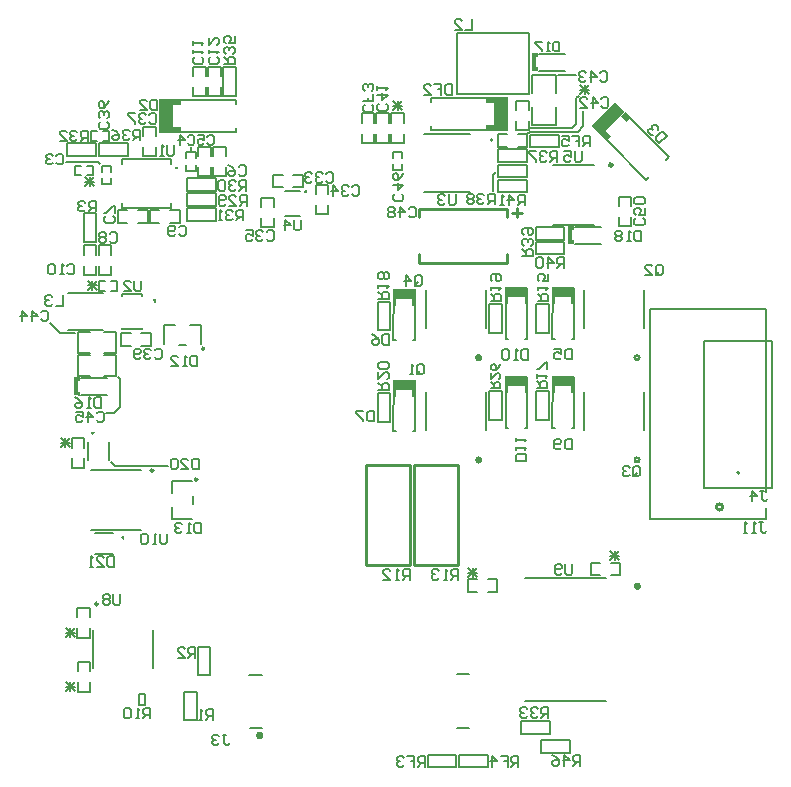
<source format=gbo>
G04*
G04 #@! TF.GenerationSoftware,Altium Limited,Altium Designer,22.1.2 (22)*
G04*
G04 Layer_Color=32896*
%FSLAX25Y25*%
%MOIN*%
G70*
G04*
G04 #@! TF.SameCoordinates,718D4045-E2B1-425D-88C3-508A2C93E544*
G04*
G04*
G04 #@! TF.FilePolarity,Positive*
G04*
G01*
G75*
%ADD10C,0.00500*%
%ADD11C,0.01000*%
%ADD13C,0.00800*%
%ADD14C,0.00787*%
%ADD16C,0.00700*%
%ADD563C,0.00394*%
%ADD564R,0.01400X0.06000*%
%ADD565R,0.01100X0.01200*%
%ADD566R,0.07600X0.03500*%
%ADD567R,0.01138X0.02761*%
%ADD568R,0.02772X0.01960*%
%ADD569R,0.04595X0.11195*%
G04:AMPARAMS|DCode=570|XSize=27.72mil|YSize=19.6mil|CornerRadius=0mil|HoleSize=0mil|Usage=FLASHONLY|Rotation=315.000|XOffset=0mil|YOffset=0mil|HoleType=Round|Shape=Rectangle|*
%AMROTATEDRECTD570*
4,1,4,-0.01673,0.00287,-0.00287,0.01673,0.01673,-0.00287,0.00287,-0.01673,-0.01673,0.00287,0.0*
%
%ADD570ROTATEDRECTD570*%

G04:AMPARAMS|DCode=571|XSize=45.95mil|YSize=111.95mil|CornerRadius=0mil|HoleSize=0mil|Usage=FLASHONLY|Rotation=315.000|XOffset=0mil|YOffset=0mil|HoleType=Round|Shape=Rectangle|*
%AMROTATEDRECTD571*
4,1,4,-0.05582,-0.02334,0.02334,0.05582,0.05582,0.02334,-0.02334,-0.05582,-0.05582,-0.02334,0.0*
%
%ADD571ROTATEDRECTD571*%

D10*
X-95360Y133600D02*
X-86560D01*
X-95360Y139200D02*
X-86560D01*
X-93000Y111900D02*
Y117900D01*
X-86000Y111900D02*
Y117900D01*
X-90700Y80600D02*
X-84700D01*
X-90700Y87600D02*
X-84700D01*
X-98400Y119100D02*
X-94200D01*
Y116000D02*
Y119100D01*
X-98400Y116000D02*
Y119100D01*
Y109300D02*
X-94200D01*
Y112400D01*
X-98400Y109300D02*
Y112400D01*
X-96400Y44500D02*
X-92200D01*
Y41400D02*
Y44500D01*
X-96400Y41400D02*
Y44500D01*
Y34700D02*
X-92200D01*
Y37800D01*
X-96400Y34700D02*
Y37800D01*
X-91350Y42670D02*
Y55070D01*
X-71350Y42670D02*
Y55070D01*
X-76100Y33900D02*
X-74100D01*
X-76100Y30100D02*
Y33900D01*
Y30100D02*
X-74100D01*
Y33900D01*
X69300Y189600D02*
X78100D01*
X69300Y184000D02*
X78100D01*
X57300Y247300D02*
X66100D01*
X57300Y241700D02*
X66100D01*
X52600Y31600D02*
X79500D01*
X52600Y72600D02*
X79500D01*
X55100Y223400D02*
X62900D01*
Y229400D01*
X55100Y223400D02*
Y229400D01*
Y240200D02*
X62900D01*
Y234200D02*
Y240200D01*
X55100Y234200D02*
Y240200D01*
X-99705Y167605D02*
X-87894D01*
X-99705Y155394D02*
X-87894D01*
X-89400Y168300D02*
Y171500D01*
Y168300D02*
X-87400D01*
X-89400Y171500D02*
X-87400D01*
X-83200Y168300D02*
Y171500D01*
X-85200Y168300D02*
X-83200D01*
X-85200Y171500D02*
X-83200D01*
X-75000Y166700D02*
Y167200D01*
X-81800Y155400D02*
X-75000D01*
X-81800Y167200D02*
X-75000D01*
X-71100Y165100D02*
X-70600Y164600D01*
X-71100Y165100D02*
X-70600Y165600D01*
Y164600D02*
Y165600D01*
X-81800Y166700D02*
Y167200D01*
X-75000Y155400D02*
Y155900D01*
X-81800Y155400D02*
Y155900D01*
X-72100Y150000D02*
Y154200D01*
X-75200Y150000D02*
X-72100D01*
X-75200Y154200D02*
X-72100D01*
X-81900Y150000D02*
Y154200D01*
Y150000D02*
X-78800D01*
X-81900Y154200D02*
X-78800D01*
X-96500Y147600D02*
Y154400D01*
X-92500D01*
X-96500Y147600D02*
X-92500D01*
X-83700D02*
Y154400D01*
X-87700D02*
X-83700D01*
X-87700Y147600D02*
X-83700D01*
X-96500Y140000D02*
Y146800D01*
X-92500D01*
X-96500Y140000D02*
X-92500D01*
X-83700D02*
Y146800D01*
X-87700D02*
X-83700D01*
X-87700Y140000D02*
X-83700D01*
X-91918Y108615D02*
X-75418D01*
X-91918Y88615D02*
X-75418D01*
X112314Y102626D02*
X134952D01*
Y151445D01*
X112314D02*
X134952D01*
X112314Y102626D02*
Y151445D01*
X94393Y92065D02*
X132993D01*
Y95965D01*
X132993Y101365D02*
X132993Y162171D01*
X94393Y92065D02*
Y162171D01*
X132993D01*
X68300Y152359D02*
X69000D01*
X68938Y169359D02*
X69000Y152359D01*
X61800D02*
X62500D01*
X61800D02*
X61862Y169359D01*
X-39200Y40126D02*
X-35000D01*
X-39100Y22626D02*
X-34900D01*
X29900Y22426D02*
X34100D01*
X29900Y40426D02*
X34100D01*
X52700Y152361D02*
X53400D01*
X53338Y169361D02*
X53400Y152361D01*
X46200D02*
X46900D01*
X46200D02*
X46262Y169361D01*
X15300Y151762D02*
X16000D01*
X15938Y168762D02*
X16000Y151762D01*
X8800D02*
X9500D01*
X8800D02*
X8862Y168762D01*
X8803Y121461D02*
X8865Y138461D01*
X8803Y121461D02*
X9503D01*
X15942Y138461D02*
X16004Y121461D01*
X15303D02*
X16004D01*
X61798Y122561D02*
X61860Y139561D01*
X61798Y122561D02*
X62498D01*
X68936Y139561D02*
X68998Y122561D01*
X68298D02*
X68998D01*
X46200Y122673D02*
X46262Y139673D01*
X46200Y122673D02*
X46900D01*
X53338Y139673D02*
X53400Y122673D01*
X52700D02*
X53400D01*
X3500Y124700D02*
Y134300D01*
Y124700D02*
X7700D01*
X3500Y134300D02*
X7700D01*
Y124700D02*
Y134300D01*
X3500Y155100D02*
Y164700D01*
Y155100D02*
X7700D01*
X3500Y164700D02*
X7700D01*
Y155100D02*
Y164700D01*
X21211Y221955D02*
X39791D01*
X21211D02*
Y223315D01*
Y231285D02*
Y232645D01*
X39791D01*
X-62139Y221255D02*
X-43559D01*
Y222615D01*
Y230585D02*
Y231945D01*
X-62139D02*
X-43559D01*
X87480Y226080D02*
X100618Y212942D01*
X99656Y211980D02*
X100618Y212942D01*
X93059Y205382D02*
X94020Y206344D01*
X79920Y218520D02*
X93059Y205382D01*
X61829Y190337D02*
X75629D01*
X61829Y210137D02*
X75629D01*
X54300Y216100D02*
X63900D01*
Y220300D01*
X54300Y216100D02*
Y220300D01*
X63900D01*
X43700Y206100D02*
X53300D01*
Y210300D01*
X43700Y206100D02*
Y210300D01*
X53300D01*
X43700Y211200D02*
X53300D01*
Y215400D01*
X43700Y211200D02*
Y215400D01*
X53300D01*
X-60071Y191600D02*
X-50472D01*
Y195800D01*
X-60071Y191600D02*
Y195800D01*
X-50472D01*
X40800Y125300D02*
Y134900D01*
Y125300D02*
X45000D01*
X40800Y134900D02*
X45000D01*
Y125300D02*
Y134900D01*
X40800Y154300D02*
Y163900D01*
Y154300D02*
X45000D01*
X40800Y163900D02*
X45000D01*
Y154300D02*
Y163900D01*
X56400Y125300D02*
Y134900D01*
Y125300D02*
X60600D01*
X56400Y134900D02*
X60600D01*
Y125300D02*
Y134900D01*
X56400Y154300D02*
Y163900D01*
Y154300D02*
X60600D01*
X56400Y163900D02*
X60600D01*
Y154300D02*
Y163900D01*
X58100Y14200D02*
X67700D01*
Y18400D01*
X58100Y14200D02*
Y18400D01*
X67700D01*
X51400Y20700D02*
X61000D01*
Y24900D01*
X51400Y20700D02*
Y24900D01*
X61000D01*
X-61000Y25100D02*
Y34700D01*
Y25100D02*
X-56800D01*
X-61000Y34700D02*
X-56800D01*
Y25100D02*
Y34700D01*
X-56400Y40100D02*
Y49700D01*
Y40100D02*
X-52200D01*
X-56400Y49700D02*
X-52200D01*
Y40100D02*
Y49700D01*
X-94500Y184500D02*
Y194100D01*
Y184500D02*
X-90300D01*
X-94500Y194100D02*
X-90300D01*
Y184500D02*
Y194100D01*
X-60071Y196569D02*
X-50472D01*
Y200769D01*
X-60071Y196569D02*
Y200769D01*
X-50472D01*
X-60071Y201537D02*
X-50472D01*
Y205737D01*
X-60071Y201537D02*
Y205737D01*
X-50472D01*
X-99971Y213200D02*
X-90372D01*
Y217400D01*
X-99971Y213200D02*
Y217400D01*
X-90372D01*
X-47971Y233237D02*
Y242837D01*
Y233237D02*
X-43771D01*
X-47971Y242837D02*
X-43771D01*
Y233237D02*
Y242837D01*
X-89300Y213200D02*
X-79700D01*
Y217400D01*
X-89300Y213200D02*
Y217400D01*
X-79700D01*
X56200Y185200D02*
X65800D01*
Y189400D01*
X56200Y185200D02*
Y189400D01*
X65800D01*
X56200Y180400D02*
X65800D01*
Y184600D01*
X56200Y180400D02*
Y184600D01*
X65800D01*
X43700Y205337D02*
X53300D01*
X43700Y201137D02*
Y205337D01*
X53300Y201137D02*
Y205337D01*
X43700Y201137D02*
X53300D01*
X20200Y13600D02*
X29800D01*
X20200Y9400D02*
Y13600D01*
X29800Y9400D02*
Y13600D01*
X20200Y9400D02*
X29800D01*
X30700D02*
X40300D01*
Y13600D01*
X30700Y9400D02*
Y13600D01*
X40300D01*
X8600Y214700D02*
X11800D01*
X8600Y212700D02*
Y214700D01*
X11800Y212700D02*
Y214700D01*
X8600Y208500D02*
X11800D01*
X8600D02*
Y210500D01*
X11800Y208500D02*
Y210500D01*
X-88500Y203850D02*
X-85300D01*
Y205850D01*
X-88500Y203850D02*
Y205850D01*
Y210050D02*
X-85300D01*
Y208050D02*
Y210050D01*
X-88500Y208050D02*
Y210050D01*
X-60372Y208387D02*
X-57171D01*
Y210387D01*
X-60372Y208387D02*
Y210387D01*
Y214587D02*
X-57171D01*
Y212587D02*
Y214587D01*
X-60372Y212587D02*
Y214587D01*
X-97471Y206837D02*
Y210037D01*
Y206837D02*
X-95472D01*
X-97471Y210037D02*
X-95472D01*
X-91272Y206837D02*
Y210037D01*
X-93271Y206837D02*
X-91272D01*
X-93271Y210037D02*
X-91272D01*
X-85922Y218237D02*
Y221437D01*
X-87922D02*
X-85922D01*
X-87922Y218237D02*
X-85922D01*
X-92121D02*
Y221437D01*
X-90122D01*
X-92121Y218237D02*
X-90122D01*
X-1800Y227400D02*
X2400D01*
Y224300D02*
Y227400D01*
X-1800Y224300D02*
Y227400D01*
Y217600D02*
X2400D01*
Y220700D01*
X-1800Y217600D02*
Y220700D01*
X49700Y221900D02*
X53900D01*
X49700D02*
Y225000D01*
X53900Y221900D02*
Y225000D01*
X49700Y231700D02*
X53900D01*
X49700Y228600D02*
Y231700D01*
X53900Y228600D02*
Y231700D01*
X53400Y216200D02*
Y220400D01*
X50300Y216200D02*
X53400D01*
X50300Y220400D02*
X53400D01*
X43600Y216200D02*
Y220400D01*
Y216200D02*
X46700D01*
X43600Y220400D02*
X46700D01*
X3150Y227400D02*
X7350D01*
Y224300D02*
Y227400D01*
X3150Y224300D02*
Y227400D01*
Y217600D02*
X7350D01*
Y220700D01*
X3150Y217600D02*
Y220700D01*
X8100Y217600D02*
Y220700D01*
X12300Y217600D02*
Y220700D01*
X8100Y217600D02*
X12300D01*
X8100Y224300D02*
Y227400D01*
X12300Y224300D02*
Y227400D01*
X8100D02*
X12300D01*
X-52936Y243037D02*
X-48736D01*
Y239937D02*
Y243037D01*
X-52936Y239937D02*
Y243037D01*
Y233237D02*
X-48736D01*
Y236337D01*
X-52936Y233237D02*
Y236337D01*
X-57900Y233237D02*
Y236337D01*
X-53700Y233237D02*
Y236337D01*
X-57900Y233237D02*
X-53700D01*
X-57900Y239937D02*
Y243037D01*
X-53700Y239937D02*
Y243037D01*
X-57900D02*
X-53700D01*
X-90300Y180300D02*
Y183400D01*
X-94500Y180300D02*
Y183400D01*
X-90300D01*
Y173600D02*
Y176700D01*
X-94500Y173600D02*
Y176700D01*
Y173600D02*
X-90300D01*
X-89400D02*
X-85200D01*
X-89400D02*
Y176700D01*
X-85200Y173600D02*
Y176700D01*
X-89400Y183400D02*
X-85200D01*
X-89400Y180300D02*
Y183400D01*
X-85200Y180300D02*
Y183400D01*
X74500Y73500D02*
Y77700D01*
X77600D01*
X74500Y73500D02*
X77600D01*
X84300D02*
Y77700D01*
X81200D02*
X84300D01*
X81200Y73500D02*
X84300D01*
X-92400Y59400D02*
Y62500D01*
X-96600Y59400D02*
Y62500D01*
X-92400D01*
Y52700D02*
Y55800D01*
X-96600Y52700D02*
Y55800D01*
Y52700D02*
X-92400D01*
X33600Y67900D02*
Y72100D01*
X36700D01*
X33600Y67900D02*
X36700D01*
X43400D02*
Y72100D01*
X40300D02*
X43400D01*
X40300Y67900D02*
X43400D01*
X-56371Y206437D02*
Y209537D01*
X-52171Y206437D02*
Y209537D01*
X-56371Y206437D02*
X-52171D01*
X-56371Y213137D02*
Y216237D01*
X-52171Y213137D02*
Y216237D01*
X-56371D02*
X-52171D01*
X-51372Y206437D02*
Y209537D01*
X-47172Y206437D02*
Y209537D01*
X-51372Y206437D02*
X-47172D01*
X-51372Y213137D02*
Y216237D01*
X-47172Y213137D02*
Y216237D01*
X-51372D02*
X-47172D01*
X-73172Y190937D02*
Y195137D01*
X-76271Y190937D02*
X-73172D01*
X-76271Y195137D02*
X-73172D01*
X-82972Y190937D02*
Y195137D01*
Y190937D02*
X-79871D01*
X-82972Y195137D02*
X-79871D01*
X-62500Y191000D02*
Y195200D01*
X-65600Y191000D02*
X-62500D01*
X-65600Y195200D02*
X-62500D01*
X-72300Y191000D02*
Y195200D01*
Y191000D02*
X-69200D01*
X-72300Y195200D02*
X-69200D01*
X-31271Y207037D02*
X-28172D01*
X-31271Y202837D02*
X-28172D01*
X-31271D02*
Y207037D01*
X-24572D02*
X-21472D01*
X-24572Y202837D02*
X-21472D01*
Y207037D01*
X-17072Y203637D02*
X-12871D01*
Y200537D02*
Y203637D01*
X-17072Y200537D02*
Y203637D01*
Y193837D02*
X-12871D01*
Y196937D01*
X-17072Y193837D02*
Y196937D01*
X-31071Y196137D02*
Y199237D01*
X-35271Y196137D02*
Y199237D01*
X-31071D01*
Y189437D02*
Y192537D01*
X-35271Y189437D02*
Y192537D01*
Y189437D02*
X-31071D01*
X-74572Y213237D02*
Y216337D01*
X-70372Y213237D02*
Y216337D01*
X-74572Y213237D02*
X-70372D01*
X-74572Y219937D02*
Y223037D01*
X-70372Y219937D02*
Y223037D01*
X-74572D02*
X-70372D01*
X83929Y189837D02*
Y192937D01*
X88129Y189837D02*
Y192937D01*
X83929Y189837D02*
X88129D01*
X83929Y196537D02*
Y199637D01*
X88129Y196537D02*
Y199637D01*
X83929D02*
X88129D01*
X18976Y201354D02*
X34330D01*
X18976Y220646D02*
X34330D01*
X19500Y121736D02*
Y134636D01*
X39500Y121736D02*
Y134636D01*
Y155800D02*
Y168700D01*
X19500Y155800D02*
Y168700D01*
X92300Y121736D02*
Y134636D01*
X72300Y121736D02*
Y134636D01*
X92300Y155800D02*
Y168700D01*
X72300Y155800D02*
Y168700D01*
X-81652Y212253D02*
X-65452D01*
X-81652Y210653D02*
Y212253D01*
X-65452Y210653D02*
Y212253D01*
X-81652Y196053D02*
X-65452D01*
X-81652D02*
Y197653D01*
X-65452Y196053D02*
Y197653D01*
X30117Y233900D02*
X54116D01*
X30117Y234000D02*
Y254300D01*
X54116D01*
Y234000D02*
Y254300D01*
X-27410Y193096D02*
X-22210D01*
X-27410Y201496D02*
X-22210D01*
D11*
X-89703Y63870D02*
G03*
X-89703Y63870I-447J0D01*
G01*
X90821Y69800D02*
G03*
X90821Y69800I-721J0D01*
G01*
X-71294Y108415D02*
G03*
X-71294Y108415I-424J0D01*
G01*
X-56611Y105415D02*
G03*
X-56611Y105415I-361J0D01*
G01*
X-54339Y149000D02*
G03*
X-54339Y149000I-361J0D01*
G01*
X118556Y96265D02*
G03*
X118556Y96265I-1063J0D01*
G01*
X-35000Y20026D02*
G03*
X-35000Y20026I-800J0D01*
G01*
X81869Y210237D02*
G03*
X81869Y210237I-640J0D01*
G01*
X37933Y111933D02*
G03*
X37933Y111933I-733J0D01*
G01*
Y145996D02*
G03*
X37933Y145996I-733J0D01*
G01*
X90733Y111933D02*
G03*
X90733Y111933I-733J0D01*
G01*
Y145996D02*
G03*
X90733Y145996I-733J0D01*
G01*
X-63528Y209253D02*
G03*
X-63528Y209253I-224J0D01*
G01*
X-20410Y201396D02*
G03*
X-20410Y201396I-100J0D01*
G01*
X15786Y76821D02*
Y110200D01*
Y76821D02*
X30386D01*
Y110200D01*
X15786D02*
X30386D01*
X-271Y76821D02*
Y110200D01*
Y76821D02*
X14329D01*
Y110200D01*
X-271D02*
X14329D01*
X49977Y192900D02*
Y195800D01*
X48277Y194300D02*
X51577D01*
X17477Y195700D02*
X46677D01*
X17477Y192800D02*
Y195700D01*
X46677Y192800D02*
Y195700D01*
Y177500D02*
Y180400D01*
X17477Y177500D02*
Y180400D01*
Y177500D02*
X46677D01*
D13*
X-105782Y157714D02*
X-102412Y154295D01*
X-97220Y154257D01*
X-89750Y211300D02*
X-88879Y210429D01*
X-100200Y211300D02*
X-89750D01*
X42100Y201700D02*
Y206900D01*
X42950Y207750D01*
X74100Y236749D02*
X71101Y233750D01*
X74100D02*
X71101Y236749D01*
X74100Y235249D02*
X71101D01*
X72601Y233750D02*
Y236749D01*
X-90151Y168600D02*
X-93150Y171599D01*
Y168600D02*
X-90151Y171599D01*
X-91651Y168600D02*
Y171599D01*
X-93150Y170099D02*
X-90151D01*
X-94000Y203151D02*
X-91001Y206150D01*
X-94000D02*
X-91001Y203151D01*
X-94000Y204651D02*
X-91001D01*
X-92501Y206150D02*
Y203151D01*
X-102149Y119100D02*
X-99150Y116101D01*
Y119100D02*
X-102149Y116101D01*
X-100649Y119100D02*
Y116101D01*
X-99150Y117601D02*
X-102149D01*
X-97400Y37797D02*
X-100399Y34798D01*
X-97400D02*
X-100399Y37797D01*
X-97400Y36298D02*
X-100399D01*
X-98900Y34798D02*
Y37797D01*
X36700Y75849D02*
X33701Y72850D01*
X36700D02*
X33701Y75849D01*
X36700Y74349D02*
X33701D01*
X35201Y72850D02*
Y75849D01*
X-100500Y52851D02*
X-97501Y55850D01*
X-100500D02*
X-97501Y52851D01*
X-100500Y54351D02*
X-97501D01*
X-99001Y55850D02*
Y52851D01*
X84100Y81549D02*
X81101Y78550D01*
X84100D02*
X81101Y81549D01*
X84100Y80049D02*
X81101D01*
X82600Y78550D02*
Y81549D01*
X11700Y231449D02*
X8701Y228450D01*
X11700D02*
X8701Y231449D01*
X11700Y229949D02*
X8701D01*
X10200Y228450D02*
Y231449D01*
X-72396Y25758D02*
Y29256D01*
X-74146D01*
X-74729Y28673D01*
Y27507D01*
X-74146Y26924D01*
X-72396D01*
X-73563D02*
X-74729Y25758D01*
X-75895D02*
X-77061D01*
X-76478D01*
Y29256D01*
X-75895Y28673D01*
X-78811D02*
X-79394Y29256D01*
X-80560D01*
X-81143Y28673D01*
Y26341D01*
X-80560Y25758D01*
X-79394D01*
X-78811Y26341D01*
Y28673D01*
X-84318Y79749D02*
Y76251D01*
X-86067D01*
X-86651Y76834D01*
Y79166D01*
X-86067Y79749D01*
X-84318D01*
X-90149Y76251D02*
X-87817D01*
X-90149Y78583D01*
Y79166D01*
X-89566Y79749D01*
X-88400D01*
X-87817Y79166D01*
X-91316Y76251D02*
X-92482D01*
X-91899D01*
Y79749D01*
X-91316Y79166D01*
X-56135Y112349D02*
Y108851D01*
X-57884D01*
X-58467Y109434D01*
Y111766D01*
X-57884Y112349D01*
X-56135D01*
X-61966Y108851D02*
X-59634D01*
X-61966Y111183D01*
Y111766D01*
X-61383Y112349D01*
X-60217D01*
X-59634Y111766D01*
X-63133D02*
X-63716Y112349D01*
X-64882D01*
X-65465Y111766D01*
Y109434D01*
X-64882Y108851D01*
X-63716D01*
X-63133Y109434D01*
Y111766D01*
X91374Y188349D02*
Y184851D01*
X89624D01*
X89041Y185434D01*
Y187766D01*
X89624Y188349D01*
X91374D01*
X87875Y184851D02*
X86708D01*
X87292D01*
Y188349D01*
X87875Y187766D01*
X84959D02*
X84376Y188349D01*
X83210D01*
X82626Y187766D01*
Y187183D01*
X83210Y186600D01*
X82626Y186017D01*
Y185434D01*
X83210Y184851D01*
X84376D01*
X84959Y185434D01*
Y186017D01*
X84376Y186600D01*
X84959Y187183D01*
Y187766D01*
X84376Y186600D02*
X83210D01*
X-88626Y132749D02*
Y129251D01*
X-90376D01*
X-90959Y129834D01*
Y132166D01*
X-90376Y132749D01*
X-88626D01*
X-92125Y129251D02*
X-93292D01*
X-92708D01*
Y132749D01*
X-92125Y132166D01*
X-97374Y132749D02*
X-96207Y132166D01*
X-95041Y131000D01*
Y129834D01*
X-95624Y129251D01*
X-96790D01*
X-97374Y129834D01*
Y130417D01*
X-96790Y131000D01*
X-95041D01*
X-75184Y171649D02*
Y168734D01*
X-75767Y168151D01*
X-76934D01*
X-77517Y168734D01*
Y171649D01*
X-81016Y168151D02*
X-78683D01*
X-81016Y170483D01*
Y171066D01*
X-80433Y171649D01*
X-79266D01*
X-78683Y171066D01*
X-101384Y166849D02*
Y163351D01*
X-103717D01*
X-104883Y166266D02*
X-105466Y166849D01*
X-106633D01*
X-107216Y166266D01*
Y165683D01*
X-106633Y165100D01*
X-106049D01*
X-106633D01*
X-107216Y164517D01*
Y163934D01*
X-106633Y163351D01*
X-105466D01*
X-104883Y163934D01*
X-90167Y127466D02*
X-89584Y128049D01*
X-88418D01*
X-87835Y127466D01*
Y125134D01*
X-88418Y124551D01*
X-89584D01*
X-90167Y125134D01*
X-93083Y124551D02*
Y128049D01*
X-91334Y126300D01*
X-93666D01*
X-97165Y128049D02*
X-94833D01*
Y126300D01*
X-95999Y126883D01*
X-96582D01*
X-97165Y126300D01*
Y125134D01*
X-96582Y124551D01*
X-95416D01*
X-94833Y125134D01*
X-108667Y161066D02*
X-108084Y161649D01*
X-106918D01*
X-106335Y161066D01*
Y158734D01*
X-106918Y158151D01*
X-108084D01*
X-108667Y158734D01*
X-111583Y158151D02*
Y161649D01*
X-109834Y159900D01*
X-112166D01*
X-115082Y158151D02*
Y161649D01*
X-113333Y159900D01*
X-115665D01*
X-70767Y148466D02*
X-70184Y149049D01*
X-69018D01*
X-68435Y148466D01*
Y146134D01*
X-69018Y145551D01*
X-70184D01*
X-70767Y146134D01*
X-71934Y148466D02*
X-72517Y149049D01*
X-73683D01*
X-74266Y148466D01*
Y147883D01*
X-73683Y147300D01*
X-73100D01*
X-73683D01*
X-74266Y146717D01*
Y146134D01*
X-73683Y145551D01*
X-72517D01*
X-71934Y146134D01*
X-75433D02*
X-76016Y145551D01*
X-77182D01*
X-77765Y146134D01*
Y148466D01*
X-77182Y149049D01*
X-76016D01*
X-75433Y148466D01*
Y147883D01*
X-76016Y147300D01*
X-77765D01*
X-66726Y87349D02*
Y84434D01*
X-67310Y83851D01*
X-68476D01*
X-69059Y84434D01*
Y87349D01*
X-70225Y83851D02*
X-71392D01*
X-70808D01*
Y87349D01*
X-70225Y86766D01*
X-73141D02*
X-73724Y87349D01*
X-74890D01*
X-75474Y86766D01*
Y84434D01*
X-74890Y83851D01*
X-73724D01*
X-73141Y84434D01*
Y86766D01*
X-55226Y91049D02*
Y87551D01*
X-56976D01*
X-57559Y88134D01*
Y90466D01*
X-56976Y91049D01*
X-55226D01*
X-58725Y87551D02*
X-59892D01*
X-59308D01*
Y91049D01*
X-58725Y90466D01*
X-61641D02*
X-62224Y91049D01*
X-63390D01*
X-63974Y90466D01*
Y89883D01*
X-63390Y89300D01*
X-62807D01*
X-63390D01*
X-63974Y88717D01*
Y88134D01*
X-63390Y87551D01*
X-62224D01*
X-61641Y88134D01*
X-56526Y146649D02*
Y143151D01*
X-58276D01*
X-58859Y143734D01*
Y146066D01*
X-58276Y146649D01*
X-56526D01*
X-60025Y143151D02*
X-61192D01*
X-60608D01*
Y146649D01*
X-60025Y146066D01*
X-65274Y143151D02*
X-62941D01*
X-65274Y145483D01*
Y146066D01*
X-64690Y146649D01*
X-63524D01*
X-62941Y146066D01*
X68316Y148949D02*
Y145451D01*
X66566D01*
X65983Y146034D01*
Y148366D01*
X66566Y148949D01*
X68316D01*
X62484D02*
X64817D01*
Y147200D01*
X63651Y147783D01*
X63067D01*
X62484Y147200D01*
Y146034D01*
X63067Y145451D01*
X64234D01*
X64817Y146034D01*
X130758Y91163D02*
X131924D01*
X131341D01*
Y88247D01*
X131924Y87664D01*
X132507D01*
X133090Y88247D01*
X129592Y87664D02*
X128425D01*
X129008D01*
Y91163D01*
X129592Y90580D01*
X126676Y87664D02*
X125510D01*
X126093D01*
Y91163D01*
X126676Y90580D01*
X28265Y237149D02*
Y233651D01*
X26516D01*
X25933Y234234D01*
Y236566D01*
X26516Y237149D01*
X28265D01*
X22434D02*
X24766D01*
Y235400D01*
X23600D01*
X24766D01*
Y233651D01*
X18935D02*
X21267D01*
X18935Y235983D01*
Y236566D01*
X19518Y237149D01*
X20684D01*
X21267Y236566D01*
X68416Y77149D02*
Y74234D01*
X67833Y73651D01*
X66666D01*
X66083Y74234D01*
Y77149D01*
X64917Y74234D02*
X64334Y73651D01*
X63167D01*
X62584Y74234D01*
Y76566D01*
X63167Y77149D01*
X64334D01*
X64917Y76566D01*
Y75983D01*
X64334Y75400D01*
X62584D01*
X-82184Y67149D02*
Y64234D01*
X-82767Y63651D01*
X-83934D01*
X-84517Y64234D01*
Y67149D01*
X-85683Y66566D02*
X-86266Y67149D01*
X-87433D01*
X-88016Y66566D01*
Y65983D01*
X-87433Y65400D01*
X-88016Y64817D01*
Y64234D01*
X-87433Y63651D01*
X-86266D01*
X-85683Y64234D01*
Y64817D01*
X-86266Y65400D01*
X-85683Y65983D01*
Y66566D01*
X-86266Y65400D02*
X-87433D01*
X29516Y200449D02*
Y197534D01*
X28933Y196951D01*
X27766D01*
X27183Y197534D01*
Y200449D01*
X26017Y199866D02*
X25434Y200449D01*
X24267D01*
X23684Y199866D01*
Y199283D01*
X24267Y198700D01*
X24851D01*
X24267D01*
X23684Y198117D01*
Y197534D01*
X24267Y196951D01*
X25434D01*
X26017Y197534D01*
X74165Y216451D02*
Y219949D01*
X72416D01*
X71833Y219366D01*
Y218200D01*
X72416Y217617D01*
X74165D01*
X72999D02*
X71833Y216451D01*
X68334Y219949D02*
X70666D01*
Y218200D01*
X69500D01*
X70666D01*
Y216451D01*
X64835Y219949D02*
X67167D01*
Y218200D01*
X66001Y218783D01*
X65418D01*
X64835Y218200D01*
Y217034D01*
X65418Y216451D01*
X66584D01*
X67167Y217034D01*
X42565Y197151D02*
Y200649D01*
X40816D01*
X40233Y200066D01*
Y198900D01*
X40816Y198317D01*
X42565D01*
X41399D02*
X40233Y197151D01*
X39066Y200066D02*
X38483Y200649D01*
X37317D01*
X36734Y200066D01*
Y199483D01*
X37317Y198900D01*
X37900D01*
X37317D01*
X36734Y198317D01*
Y197734D01*
X37317Y197151D01*
X38483D01*
X39066Y197734D01*
X35567Y200066D02*
X34984Y200649D01*
X33818D01*
X33235Y200066D01*
Y199483D01*
X33818Y198900D01*
X33235Y198317D01*
Y197734D01*
X33818Y197151D01*
X34984D01*
X35567Y197734D01*
Y198317D01*
X34984Y198900D01*
X35567Y199483D01*
Y200066D01*
X34984Y198900D02*
X33818D01*
X63365Y211351D02*
Y214849D01*
X61616D01*
X61033Y214266D01*
Y213100D01*
X61616Y212517D01*
X63365D01*
X62199D02*
X61033Y211351D01*
X59866Y214266D02*
X59283Y214849D01*
X58117D01*
X57534Y214266D01*
Y213683D01*
X58117Y213100D01*
X58700D01*
X58117D01*
X57534Y212517D01*
Y211934D01*
X58117Y211351D01*
X59283D01*
X59866Y211934D01*
X56367Y214849D02*
X54035D01*
Y214266D01*
X56367Y211934D01*
Y211351D01*
X-41318Y191751D02*
Y195249D01*
X-43067D01*
X-43651Y194666D01*
Y193500D01*
X-43067Y192917D01*
X-41318D01*
X-42484D02*
X-43651Y191751D01*
X-44817Y194666D02*
X-45400Y195249D01*
X-46566D01*
X-47149Y194666D01*
Y194083D01*
X-46566Y193500D01*
X-45983D01*
X-46566D01*
X-47149Y192917D01*
Y192334D01*
X-46566Y191751D01*
X-45400D01*
X-44817Y192334D01*
X-48316Y191751D02*
X-49482D01*
X-48899D01*
Y195249D01*
X-48316Y194666D01*
X41401Y135801D02*
X44399D01*
Y137301D01*
X43900Y137801D01*
X42900D01*
X42400Y137301D01*
Y135801D01*
Y136801D02*
X41401Y137801D01*
Y140800D02*
Y138800D01*
X43400Y140800D01*
X43900D01*
X44399Y140300D01*
Y139300D01*
X43900Y138800D01*
X44399Y143799D02*
X43900Y142799D01*
X42900Y141799D01*
X41900D01*
X41401Y142299D01*
Y143299D01*
X41900Y143799D01*
X42400D01*
X42900Y143299D01*
Y141799D01*
X3751Y135235D02*
X7249D01*
Y136984D01*
X6666Y137567D01*
X5500D01*
X4917Y136984D01*
Y135235D01*
Y136401D02*
X3751Y137567D01*
Y141066D02*
Y138734D01*
X6083Y141066D01*
X6666D01*
X7249Y140483D01*
Y139317D01*
X6666Y138734D01*
Y142233D02*
X7249Y142816D01*
Y143982D01*
X6666Y144565D01*
X4334D01*
X3751Y143982D01*
Y142816D01*
X4334Y142233D01*
X6666D01*
X41151Y165026D02*
X44649D01*
Y166776D01*
X44066Y167359D01*
X42900D01*
X42317Y166776D01*
Y165026D01*
Y166193D02*
X41151Y167359D01*
Y168525D02*
Y169692D01*
Y169108D01*
X44649D01*
X44066Y168525D01*
X41734Y171441D02*
X41151Y172024D01*
Y173190D01*
X41734Y173774D01*
X44066D01*
X44649Y173190D01*
Y172024D01*
X44066Y171441D01*
X43483D01*
X42900Y172024D01*
Y173774D01*
X3751Y165726D02*
X7249D01*
Y167476D01*
X6666Y168059D01*
X5500D01*
X4917Y167476D01*
Y165726D01*
Y166893D02*
X3751Y168059D01*
Y169225D02*
Y170392D01*
Y169808D01*
X7249D01*
X6666Y169225D01*
Y172141D02*
X7249Y172724D01*
Y173890D01*
X6666Y174474D01*
X6083D01*
X5500Y173890D01*
X4917Y174474D01*
X4334D01*
X3751Y173890D01*
Y172724D01*
X4334Y172141D01*
X4917D01*
X5500Y172724D01*
X6083Y172141D01*
X6666D01*
X5500Y172724D02*
Y173890D01*
X56651Y135826D02*
X60149D01*
Y137576D01*
X59566Y138159D01*
X58400D01*
X57817Y137576D01*
Y135826D01*
Y136993D02*
X56651Y138159D01*
Y139325D02*
Y140492D01*
Y139908D01*
X60149D01*
X59566Y139325D01*
X60149Y142241D02*
Y144574D01*
X59566D01*
X57234Y142241D01*
X56651D01*
X56851Y165026D02*
X60349D01*
Y166776D01*
X59766Y167359D01*
X58600D01*
X58017Y166776D01*
Y165026D01*
Y166193D02*
X56851Y167359D01*
Y168525D02*
Y169692D01*
Y169108D01*
X60349D01*
X59766Y168525D01*
X60349Y173774D02*
Y171441D01*
X58600D01*
X59183Y172607D01*
Y173190D01*
X58600Y173774D01*
X57434D01*
X56851Y173190D01*
Y172024D01*
X57434Y171441D01*
X16600Y141034D02*
Y143366D01*
X17183Y143949D01*
X18349D01*
X18933Y143366D01*
Y141034D01*
X18349Y140451D01*
X17183D01*
X17766Y141617D02*
X16600Y140451D01*
X17183D02*
X16600Y141034D01*
X15434Y140451D02*
X14267D01*
X14851D01*
Y143949D01*
X15434Y143366D01*
X15983Y170534D02*
Y172866D01*
X16566Y173449D01*
X17733D01*
X18316Y172866D01*
Y170534D01*
X17733Y169951D01*
X16566D01*
X17149Y171117D02*
X15983Y169951D01*
X16566D02*
X15983Y170534D01*
X13067Y169951D02*
Y173449D01*
X14817Y171700D01*
X12484D01*
X88683Y107034D02*
Y109366D01*
X89266Y109949D01*
X90433D01*
X91016Y109366D01*
Y107034D01*
X90433Y106451D01*
X89266D01*
X89849Y107617D02*
X88683Y106451D01*
X89266D02*
X88683Y107034D01*
X87517Y109366D02*
X86934Y109949D01*
X85767D01*
X85184Y109366D01*
Y108783D01*
X85767Y108200D01*
X86351D01*
X85767D01*
X85184Y107617D01*
Y107034D01*
X85767Y106451D01*
X86934D01*
X87517Y107034D01*
X96283Y174134D02*
Y176466D01*
X96866Y177049D01*
X98033D01*
X98616Y176466D01*
Y174134D01*
X98033Y173551D01*
X96866D01*
X97449Y174717D02*
X96283Y173551D01*
X96866D02*
X96283Y174134D01*
X92784Y173551D02*
X95117D01*
X92784Y175883D01*
Y176466D01*
X93367Y177049D01*
X94534D01*
X95117Y176466D01*
X35016Y258749D02*
Y255251D01*
X32683D01*
X29184D02*
X31517D01*
X29184Y257583D01*
Y258166D01*
X29767Y258749D01*
X30934D01*
X31517Y258166D01*
X53149Y111709D02*
X49651D01*
Y113459D01*
X50234Y114042D01*
X52566D01*
X53149Y113459D01*
Y111709D01*
X49651Y115208D02*
Y116375D01*
Y115792D01*
X53149D01*
X52566Y115208D01*
X49651Y118124D02*
Y119290D01*
Y118707D01*
X53149D01*
X52566Y118124D01*
X53774Y148749D02*
Y145251D01*
X52024D01*
X51441Y145834D01*
Y148166D01*
X52024Y148749D01*
X53774D01*
X50275Y145251D02*
X49108D01*
X49692D01*
Y148749D01*
X50275Y148166D01*
X47359D02*
X46776Y148749D01*
X45610D01*
X45026Y148166D01*
Y145834D01*
X45610Y145251D01*
X46776D01*
X47359Y145834D01*
Y148166D01*
X68314Y118949D02*
Y115451D01*
X66564D01*
X65981Y116034D01*
Y118366D01*
X66564Y118949D01*
X68314D01*
X64815Y116034D02*
X64232Y115451D01*
X63065D01*
X62482Y116034D01*
Y118366D01*
X63065Y118949D01*
X64232D01*
X64815Y118366D01*
Y117783D01*
X64232Y117200D01*
X62482D01*
X2316Y128249D02*
Y124751D01*
X566D01*
X-17Y125334D01*
Y127666D01*
X566Y128249D01*
X2316D01*
X-1183D02*
X-3516D01*
Y127666D01*
X-1183Y125334D01*
Y124751D01*
X7416Y153849D02*
Y150351D01*
X5666D01*
X5083Y150934D01*
Y153266D01*
X5666Y153849D01*
X7416D01*
X1584D02*
X2751Y153266D01*
X3917Y152100D01*
Y150934D01*
X3334Y150351D01*
X2167D01*
X1584Y150934D01*
Y151517D01*
X2167Y152100D01*
X3917D01*
X1566Y230367D02*
X2149Y229784D01*
Y228618D01*
X1566Y228035D01*
X-766D01*
X-1349Y228618D01*
Y229784D01*
X-766Y230367D01*
X2149Y233866D02*
Y231534D01*
X400D01*
Y232700D01*
Y231534D01*
X-1349D01*
X1566Y235033D02*
X2149Y235616D01*
Y236782D01*
X1566Y237365D01*
X983D01*
X400Y236782D01*
Y236199D01*
Y236782D01*
X-183Y237365D01*
X-766D01*
X-1349Y236782D01*
Y235616D01*
X-766Y235033D01*
X11566Y200567D02*
X12149Y199984D01*
Y198818D01*
X11566Y198235D01*
X9234D01*
X8651Y198818D01*
Y199984D01*
X9234Y200567D01*
X8651Y203483D02*
X12149D01*
X10400Y201734D01*
Y204066D01*
X12149Y207565D02*
X11566Y206399D01*
X10400Y205233D01*
X9234D01*
X8651Y205816D01*
Y206982D01*
X9234Y207565D01*
X9817D01*
X10400Y206982D01*
Y205233D01*
X78133Y232166D02*
X78716Y232749D01*
X79882D01*
X80465Y232166D01*
Y229834D01*
X79882Y229251D01*
X78716D01*
X78133Y229834D01*
X75217Y229251D02*
Y232749D01*
X76966Y231000D01*
X74634D01*
X71135Y229251D02*
X73467D01*
X71135Y231583D01*
Y232166D01*
X71718Y232749D01*
X72884D01*
X73467Y232166D01*
X6266Y230651D02*
X6849Y230067D01*
Y228901D01*
X6266Y228318D01*
X3934D01*
X3351Y228901D01*
Y230067D01*
X3934Y230651D01*
X3351Y233566D02*
X6849D01*
X5100Y231817D01*
Y234149D01*
X3351Y235316D02*
Y236482D01*
Y235899D01*
X6849D01*
X6266Y235316D01*
X-49934Y246259D02*
X-49351Y245676D01*
Y244510D01*
X-49934Y243926D01*
X-52266D01*
X-52849Y244510D01*
Y245676D01*
X-52266Y246259D01*
X-52849Y247425D02*
Y248592D01*
Y248008D01*
X-49351D01*
X-49934Y247425D01*
X-52849Y252674D02*
Y250341D01*
X-50517Y252674D01*
X-49934D01*
X-49351Y252090D01*
Y250924D01*
X-49934Y250341D01*
X-55134Y246242D02*
X-54551Y245659D01*
Y244493D01*
X-55134Y243910D01*
X-57466D01*
X-58049Y244493D01*
Y245659D01*
X-57466Y246242D01*
X-58049Y247408D02*
Y248575D01*
Y247992D01*
X-54551D01*
X-55134Y247408D01*
X-58049Y250324D02*
Y251490D01*
Y250907D01*
X-54551D01*
X-55134Y250324D01*
X-99859Y176666D02*
X-99276Y177249D01*
X-98110D01*
X-97526Y176666D01*
Y174334D01*
X-98110Y173751D01*
X-99276D01*
X-99859Y174334D01*
X-101025Y173751D02*
X-102192D01*
X-101608D01*
Y177249D01*
X-101025Y176666D01*
X-103941D02*
X-104524Y177249D01*
X-105690D01*
X-106274Y176666D01*
Y174334D01*
X-105690Y173751D01*
X-104524D01*
X-103941Y174334D01*
Y176666D01*
X-85817Y187266D02*
X-85234Y187849D01*
X-84067D01*
X-83484Y187266D01*
Y184934D01*
X-84067Y184351D01*
X-85234D01*
X-85817Y184934D01*
X-86983Y187266D02*
X-87566Y187849D01*
X-88733D01*
X-89316Y187266D01*
Y186683D01*
X-88733Y186100D01*
X-89316Y185517D01*
Y184934D01*
X-88733Y184351D01*
X-87566D01*
X-86983Y184934D01*
Y185517D01*
X-87566Y186100D01*
X-86983Y186683D01*
Y187266D01*
X-87566Y186100D02*
X-88733D01*
X71065Y10051D02*
Y13549D01*
X69316D01*
X68733Y12966D01*
Y11800D01*
X69316Y11217D01*
X71065D01*
X69899D02*
X68733Y10051D01*
X65817D02*
Y13549D01*
X67566Y11800D01*
X65234D01*
X61735Y13549D02*
X62901Y12966D01*
X64067Y11800D01*
Y10634D01*
X63484Y10051D01*
X62318D01*
X61735Y10634D01*
Y11217D01*
X62318Y11800D01*
X64067D01*
X60465Y25951D02*
Y29449D01*
X58716D01*
X58133Y28866D01*
Y27700D01*
X58716Y27117D01*
X60465D01*
X59299D02*
X58133Y25951D01*
X56966Y28866D02*
X56383Y29449D01*
X55217D01*
X54634Y28866D01*
Y28283D01*
X55217Y27700D01*
X55800D01*
X55217D01*
X54634Y27117D01*
Y26534D01*
X55217Y25951D01*
X56383D01*
X56966Y26534D01*
X53467Y28866D02*
X52884Y29449D01*
X51718D01*
X51135Y28866D01*
Y28283D01*
X51718Y27700D01*
X52301D01*
X51718D01*
X51135Y27117D01*
Y26534D01*
X51718Y25951D01*
X52884D01*
X53467Y26534D01*
X-103517Y213366D02*
X-102934Y213949D01*
X-101767D01*
X-101184Y213366D01*
Y211034D01*
X-101767Y210451D01*
X-102934D01*
X-103517Y211034D01*
X-104683Y213366D02*
X-105266Y213949D01*
X-106433D01*
X-107016Y213366D01*
Y212783D01*
X-106433Y212200D01*
X-105849D01*
X-106433D01*
X-107016Y211617D01*
Y211034D01*
X-106433Y210451D01*
X-105266D01*
X-104683Y211034D01*
X-42788Y209503D02*
X-42205Y210087D01*
X-41039D01*
X-40456Y209503D01*
Y207171D01*
X-41039Y206588D01*
X-42205D01*
X-42788Y207171D01*
X-46287Y210087D02*
X-45121Y209503D01*
X-43955Y208337D01*
Y207171D01*
X-44538Y206588D01*
X-45704D01*
X-46287Y207171D01*
Y207754D01*
X-45704Y208337D01*
X-43955D01*
X-84634Y193217D02*
X-84051Y192634D01*
Y191467D01*
X-84634Y190884D01*
X-86966D01*
X-87549Y191467D01*
Y192634D01*
X-86966Y193217D01*
X-84051Y194383D02*
Y196716D01*
X-84634D01*
X-86966Y194383D01*
X-87549D01*
X-62717Y189466D02*
X-62134Y190049D01*
X-60967D01*
X-60384Y189466D01*
Y187134D01*
X-60967Y186551D01*
X-62134D01*
X-62717Y187134D01*
X-63883D02*
X-64466Y186551D01*
X-65633D01*
X-66216Y187134D01*
Y189466D01*
X-65633Y190049D01*
X-64466D01*
X-63883Y189466D01*
Y188883D01*
X-64466Y188300D01*
X-66216D01*
X-13667Y207266D02*
X-13084Y207849D01*
X-11918D01*
X-11335Y207266D01*
Y204934D01*
X-11918Y204351D01*
X-13084D01*
X-13667Y204934D01*
X-14834Y207266D02*
X-15417Y207849D01*
X-16583D01*
X-17166Y207266D01*
Y206683D01*
X-16583Y206100D01*
X-16000D01*
X-16583D01*
X-17166Y205517D01*
Y204934D01*
X-16583Y204351D01*
X-15417D01*
X-14834Y204934D01*
X-18333Y207266D02*
X-18916Y207849D01*
X-20082D01*
X-20665Y207266D01*
Y206683D01*
X-20082Y206100D01*
X-19499D01*
X-20082D01*
X-20665Y205517D01*
Y204934D01*
X-20082Y204351D01*
X-18916D01*
X-18333Y204934D01*
X-4967Y202866D02*
X-4384Y203449D01*
X-3218D01*
X-2635Y202866D01*
Y200534D01*
X-3218Y199951D01*
X-4384D01*
X-4967Y200534D01*
X-6134Y202866D02*
X-6717Y203449D01*
X-7883D01*
X-8466Y202866D01*
Y202283D01*
X-7883Y201700D01*
X-7300D01*
X-7883D01*
X-8466Y201117D01*
Y200534D01*
X-7883Y199951D01*
X-6717D01*
X-6134Y200534D01*
X-11382Y199951D02*
Y203449D01*
X-9633Y201700D01*
X-11965D01*
X-33467Y187866D02*
X-32884Y188449D01*
X-31718D01*
X-31135Y187866D01*
Y185534D01*
X-31718Y184951D01*
X-32884D01*
X-33467Y185534D01*
X-34634Y187866D02*
X-35217Y188449D01*
X-36383D01*
X-36966Y187866D01*
Y187283D01*
X-36383Y186700D01*
X-35800D01*
X-36383D01*
X-36966Y186117D01*
Y185534D01*
X-36383Y184951D01*
X-35217D01*
X-34634Y185534D01*
X-40465Y188449D02*
X-38133D01*
Y186700D01*
X-39299Y187283D01*
X-39882D01*
X-40465Y186700D01*
Y185534D01*
X-39882Y184951D01*
X-38716D01*
X-38133Y185534D01*
X-86534Y224567D02*
X-85951Y223984D01*
Y222818D01*
X-86534Y222235D01*
X-88866D01*
X-89449Y222818D01*
Y223984D01*
X-88866Y224567D01*
X-86534Y225734D02*
X-85951Y226317D01*
Y227483D01*
X-86534Y228066D01*
X-87117D01*
X-87700Y227483D01*
Y226900D01*
Y227483D01*
X-88283Y228066D01*
X-88866D01*
X-89449Y227483D01*
Y226317D01*
X-88866Y225734D01*
X-85951Y231565D02*
X-86534Y230399D01*
X-87700Y229233D01*
X-88866D01*
X-89449Y229816D01*
Y230982D01*
X-88866Y231565D01*
X-88283D01*
X-87700Y230982D01*
Y229233D01*
X-72567Y226866D02*
X-71984Y227449D01*
X-70818D01*
X-70235Y226866D01*
Y224534D01*
X-70818Y223951D01*
X-71984D01*
X-72567Y224534D01*
X-73734Y226866D02*
X-74317Y227449D01*
X-75483D01*
X-76066Y226866D01*
Y226283D01*
X-75483Y225700D01*
X-74900D01*
X-75483D01*
X-76066Y225117D01*
Y224534D01*
X-75483Y223951D01*
X-74317D01*
X-73734Y224534D01*
X-77233Y227449D02*
X-79565D01*
Y226866D01*
X-77233Y224534D01*
Y223951D01*
X77733Y240866D02*
X78316Y241449D01*
X79482D01*
X80065Y240866D01*
Y238534D01*
X79482Y237951D01*
X78316D01*
X77733Y238534D01*
X74817Y237951D02*
Y241449D01*
X76566Y239700D01*
X74234D01*
X73067Y240866D02*
X72484Y241449D01*
X71318D01*
X70735Y240866D01*
Y240283D01*
X71318Y239700D01*
X71901D01*
X71318D01*
X70735Y239117D01*
Y238534D01*
X71318Y237951D01*
X72484D01*
X73067Y238534D01*
X13833Y195666D02*
X14416Y196249D01*
X15582D01*
X16165Y195666D01*
Y193334D01*
X15582Y192751D01*
X14416D01*
X13833Y193334D01*
X10917Y192751D02*
Y196249D01*
X12666Y194500D01*
X10334D01*
X9167Y195666D02*
X8584Y196249D01*
X7418D01*
X6835Y195666D01*
Y195083D01*
X7418Y194500D01*
X6835Y193917D01*
Y193334D01*
X7418Y192751D01*
X8584D01*
X9167Y193334D01*
Y193917D01*
X8584Y194500D01*
X9167Y195083D01*
Y195666D01*
X8584Y194500D02*
X7418D01*
X91966Y192467D02*
X92549Y191884D01*
Y190718D01*
X91966Y190135D01*
X89634D01*
X89051Y190718D01*
Y191884D01*
X89634Y192467D01*
X92549Y195966D02*
Y193634D01*
X90800D01*
X91383Y194800D01*
Y195383D01*
X90800Y195966D01*
X89634D01*
X89051Y195383D01*
Y194217D01*
X89634Y193634D01*
X91966Y197133D02*
X92549Y197716D01*
Y198882D01*
X91966Y199465D01*
X89634D01*
X89051Y198882D01*
Y197716D01*
X89634Y197133D01*
X91966D01*
X-69984Y232049D02*
Y228551D01*
X-71734D01*
X-72317Y229134D01*
Y231466D01*
X-71734Y232049D01*
X-69984D01*
X-75816Y228551D02*
X-73483D01*
X-75816Y230883D01*
Y231466D01*
X-75233Y232049D01*
X-74066D01*
X-73483Y231466D01*
X99899Y219875D02*
X97425Y217401D01*
X96188Y218638D01*
X96188Y219463D01*
X97837Y221112D01*
X98662D01*
X99899Y219875D01*
X97012Y221937D02*
X97012Y222762D01*
X96188Y223586D01*
X95363D01*
X94951Y223174D01*
Y222349D01*
X95363Y221937D01*
X94951Y222349D01*
X94126Y222349D01*
X93714Y221937D01*
X93714Y221112D01*
X94538Y220288D01*
X95363D01*
X-48117Y20349D02*
X-46951D01*
X-47534D01*
Y17434D01*
X-46951Y16851D01*
X-46367D01*
X-45784Y17434D01*
X-49283Y19766D02*
X-49866Y20349D01*
X-51033D01*
X-51616Y19766D01*
Y19183D01*
X-51033Y18600D01*
X-50449D01*
X-51033D01*
X-51616Y18017D01*
Y17434D01*
X-51033Y16851D01*
X-49866D01*
X-49283Y17434D01*
X131083Y101664D02*
X132249D01*
X131666D01*
Y98748D01*
X132249Y98165D01*
X132833D01*
X133416Y98748D01*
X128167Y98165D02*
Y101664D01*
X129917Y99914D01*
X127584D01*
X-51367Y25351D02*
Y28849D01*
X-53117D01*
X-53700Y28266D01*
Y27100D01*
X-53117Y26517D01*
X-51367D01*
X-52534D02*
X-53700Y25351D01*
X-54866D02*
X-56033D01*
X-55449D01*
Y28849D01*
X-54866Y28266D01*
X-57184Y46051D02*
Y49549D01*
X-58934D01*
X-59517Y48966D01*
Y47800D01*
X-58934Y47217D01*
X-57184D01*
X-58351D02*
X-59517Y46051D01*
X-63016D02*
X-60683D01*
X-63016Y48383D01*
Y48966D01*
X-62433Y49549D01*
X-61266D01*
X-60683Y48966D01*
X-90413Y194813D02*
Y198312D01*
X-92162D01*
X-92745Y197729D01*
Y196563D01*
X-92162Y195980D01*
X-90413D01*
X-91579D02*
X-92745Y194813D01*
X-93912Y197729D02*
X-94495Y198312D01*
X-95661D01*
X-96244Y197729D01*
Y197146D01*
X-95661Y196563D01*
X-95078D01*
X-95661D01*
X-96244Y195980D01*
Y195397D01*
X-95661Y194813D01*
X-94495D01*
X-93912Y195397D01*
X14174Y71951D02*
Y75449D01*
X12424D01*
X11841Y74866D01*
Y73700D01*
X12424Y73117D01*
X14174D01*
X13007D02*
X11841Y71951D01*
X10675D02*
X9508D01*
X10092D01*
Y75449D01*
X10675Y74866D01*
X5426Y71951D02*
X7759D01*
X5426Y74283D01*
Y74866D01*
X6010Y75449D01*
X7176D01*
X7759Y74866D01*
X30274Y72051D02*
Y75549D01*
X28524D01*
X27941Y74966D01*
Y73800D01*
X28524Y73217D01*
X30274D01*
X29107D02*
X27941Y72051D01*
X26775D02*
X25608D01*
X26192D01*
Y75549D01*
X26775Y74966D01*
X23859D02*
X23276Y75549D01*
X22110D01*
X21526Y74966D01*
Y74383D01*
X22110Y73800D01*
X22693D01*
X22110D01*
X21526Y73217D01*
Y72634D01*
X22110Y72051D01*
X23276D01*
X23859Y72634D01*
X-40135Y196682D02*
Y200181D01*
X-41884D01*
X-42467Y199598D01*
Y198431D01*
X-41884Y197848D01*
X-40135D01*
X-41301D02*
X-42467Y196682D01*
X-45966D02*
X-43634D01*
X-45966Y199015D01*
Y199598D01*
X-45383Y200181D01*
X-44217D01*
X-43634Y199598D01*
X-47133Y197265D02*
X-47716Y196682D01*
X-48882D01*
X-49465Y197265D01*
Y199598D01*
X-48882Y200181D01*
X-47716D01*
X-47133Y199598D01*
Y199015D01*
X-47716Y198431D01*
X-49465D01*
X-40235Y201651D02*
Y205149D01*
X-41984D01*
X-42567Y204566D01*
Y203400D01*
X-41984Y202817D01*
X-40235D01*
X-41401D02*
X-42567Y201651D01*
X-43734Y204566D02*
X-44317Y205149D01*
X-45483D01*
X-46066Y204566D01*
Y203983D01*
X-45483Y203400D01*
X-44900D01*
X-45483D01*
X-46066Y202817D01*
Y202234D01*
X-45483Y201651D01*
X-44317D01*
X-43734Y202234D01*
X-47233Y204566D02*
X-47816Y205149D01*
X-48982D01*
X-49565Y204566D01*
Y202234D01*
X-48982Y201651D01*
X-47816D01*
X-47233Y202234D01*
Y204566D01*
X-93135Y218151D02*
Y221649D01*
X-94884D01*
X-95467Y221066D01*
Y219900D01*
X-94884Y219317D01*
X-93135D01*
X-94301D02*
X-95467Y218151D01*
X-96634Y221066D02*
X-97217Y221649D01*
X-98383D01*
X-98966Y221066D01*
Y220483D01*
X-98383Y219900D01*
X-97800D01*
X-98383D01*
X-98966Y219317D01*
Y218734D01*
X-98383Y218151D01*
X-97217D01*
X-96634Y218734D01*
X-102465Y218151D02*
X-100133D01*
X-102465Y220483D01*
Y221066D01*
X-101882Y221649D01*
X-100716D01*
X-100133Y221066D01*
X-47649Y243735D02*
X-44151D01*
Y245484D01*
X-44734Y246067D01*
X-45900D01*
X-46483Y245484D01*
Y243735D01*
Y244901D02*
X-47649Y246067D01*
X-44734Y247234D02*
X-44151Y247817D01*
Y248983D01*
X-44734Y249566D01*
X-45317D01*
X-45900Y248983D01*
Y248400D01*
Y248983D01*
X-46483Y249566D01*
X-47066D01*
X-47649Y248983D01*
Y247817D01*
X-47066Y247234D01*
X-44151Y253065D02*
Y250733D01*
X-45900D01*
X-45317Y251899D01*
Y252482D01*
X-45900Y253065D01*
X-47066D01*
X-47649Y252482D01*
Y251316D01*
X-47066Y250733D01*
X-75663Y218513D02*
Y222012D01*
X-77413D01*
X-77996Y221429D01*
Y220263D01*
X-77413Y219680D01*
X-75663D01*
X-76830D02*
X-77996Y218513D01*
X-79162Y221429D02*
X-79745Y222012D01*
X-80912D01*
X-81495Y221429D01*
Y220846D01*
X-80912Y220263D01*
X-80329D01*
X-80912D01*
X-81495Y219680D01*
Y219097D01*
X-80912Y218513D01*
X-79745D01*
X-79162Y219097D01*
X-84994Y222012D02*
X-83827Y221429D01*
X-82661Y220263D01*
Y219097D01*
X-83244Y218513D01*
X-84411D01*
X-84994Y219097D01*
Y219680D01*
X-84411Y220263D01*
X-82661D01*
X51751Y179835D02*
X55249D01*
Y181584D01*
X54666Y182167D01*
X53500D01*
X52917Y181584D01*
Y179835D01*
Y181001D02*
X51751Y182167D01*
X54666Y183334D02*
X55249Y183917D01*
Y185083D01*
X54666Y185666D01*
X54083D01*
X53500Y185083D01*
Y184500D01*
Y185083D01*
X52917Y185666D01*
X52334D01*
X51751Y185083D01*
Y183917D01*
X52334Y183334D01*
Y186833D02*
X51751Y187416D01*
Y188582D01*
X52334Y189165D01*
X54666D01*
X55249Y188582D01*
Y187416D01*
X54666Y186833D01*
X54083D01*
X53500Y187416D01*
Y189165D01*
X65665Y175951D02*
Y179449D01*
X63916D01*
X63333Y178866D01*
Y177700D01*
X63916Y177117D01*
X65665D01*
X64499D02*
X63333Y175951D01*
X60417D02*
Y179449D01*
X62166Y177700D01*
X59834D01*
X58667Y178866D02*
X58084Y179449D01*
X56918D01*
X56335Y178866D01*
Y176534D01*
X56918Y175951D01*
X58084D01*
X58667Y176534D01*
Y178866D01*
X52553Y196751D02*
Y200249D01*
X50804D01*
X50221Y199666D01*
Y198500D01*
X50804Y197917D01*
X52553D01*
X51387D02*
X50221Y196751D01*
X47305D02*
Y200249D01*
X49055Y198500D01*
X46722D01*
X45556Y196751D02*
X44390D01*
X44973D01*
Y200249D01*
X45556Y199666D01*
X19265Y9651D02*
Y13149D01*
X17516D01*
X16933Y12566D01*
Y11400D01*
X17516Y10817D01*
X19265D01*
X18099D02*
X16933Y9651D01*
X13434Y13149D02*
X15766D01*
Y11400D01*
X14600D01*
X15766D01*
Y9651D01*
X12267Y12566D02*
X11684Y13149D01*
X10518D01*
X9935Y12566D01*
Y11983D01*
X10518Y11400D01*
X11101D01*
X10518D01*
X9935Y10817D01*
Y10234D01*
X10518Y9651D01*
X11684D01*
X12267Y10234D01*
X50365Y9651D02*
Y13149D01*
X48616D01*
X48033Y12566D01*
Y11400D01*
X48616Y10817D01*
X50365D01*
X49199D02*
X48033Y9651D01*
X44534Y13149D02*
X46866D01*
Y11400D01*
X45700D01*
X46866D01*
Y9651D01*
X41618D02*
Y13149D01*
X43367Y11400D01*
X41035D01*
X-64339Y216787D02*
Y213871D01*
X-64922Y213288D01*
X-66088D01*
X-66672Y213871D01*
Y216787D01*
X-67838Y213288D02*
X-69004D01*
X-68421D01*
Y216787D01*
X-67838Y216203D01*
X-21984Y191949D02*
Y189034D01*
X-22567Y188451D01*
X-23734D01*
X-24317Y189034D01*
Y191949D01*
X-27233Y188451D02*
Y191949D01*
X-25483Y190200D01*
X-27816D01*
X71516Y214749D02*
Y211834D01*
X70933Y211251D01*
X69766D01*
X69183Y211834D01*
Y214749D01*
X65684D02*
X68017D01*
Y213000D01*
X66851Y213583D01*
X66267D01*
X65684Y213000D01*
Y211834D01*
X66267Y211251D01*
X67434D01*
X68017Y211834D01*
D14*
X124094Y107672D02*
G03*
X124094Y107672I-394J0D01*
G01*
X41846Y218500D02*
G03*
X41846Y218500I-394J0D01*
G01*
X-58172Y97315D02*
Y99915D01*
X-64872Y104915D02*
X-58472D01*
X-64872Y101015D02*
Y104915D01*
Y92315D02*
X-58472D01*
X-64872D02*
Y96215D01*
X-67800Y156900D02*
X-63900D01*
X-67800Y150500D02*
Y156900D01*
X-59100D02*
X-55200D01*
Y150500D02*
Y156900D01*
X-62800Y150200D02*
X-60200D01*
D16*
X-85400Y111200D02*
X-84100Y109900D01*
X-66500D01*
X-86900Y127500D02*
X-84400D01*
X-82400Y129500D01*
X-83100Y139700D02*
X-82400Y139000D01*
Y129500D02*
Y139000D01*
X69700Y232500D02*
X70500Y233300D01*
X69700Y224000D02*
Y232500D01*
X68209Y222510D02*
X69700Y224000D01*
X54447Y222510D02*
X68209D01*
X63547Y240109D02*
X69800D01*
X72100Y223200D02*
Y228200D01*
X70200Y221300D02*
X72100Y223200D01*
X53400Y220400D02*
X54300Y221300D01*
X70200D01*
X-58728Y215200D02*
Y216200D01*
X64099Y251300D02*
Y248100D01*
X62499D01*
X61966Y248634D01*
Y250766D01*
X62499Y251300D01*
X64099D01*
X60900Y248100D02*
X59833D01*
X60367D01*
Y251300D01*
X60900Y250766D01*
X58234Y251300D02*
X56101D01*
Y250766D01*
X58234Y248634D01*
Y248100D01*
X-59767Y219566D02*
X-59234Y220099D01*
X-58167D01*
X-57634Y219566D01*
Y217434D01*
X-58167Y216900D01*
X-59234D01*
X-59767Y217434D01*
X-62433Y216900D02*
Y220099D01*
X-60833Y218500D01*
X-62966D01*
X-53267Y219566D02*
X-52734Y220099D01*
X-51667D01*
X-51134Y219566D01*
Y217434D01*
X-51667Y216900D01*
X-52734D01*
X-53267Y217434D01*
X-56466Y220099D02*
X-54333D01*
Y218500D01*
X-55400Y219033D01*
X-55933D01*
X-56466Y218500D01*
Y217434D01*
X-55933Y216900D01*
X-54866D01*
X-54333Y217434D01*
D563*
X-92100Y121100D02*
X-91100D01*
X-92100D02*
X-91600Y120600D01*
X-91100Y121100D01*
X-82000Y86200D02*
X-81500Y85700D01*
X-82000Y86200D02*
X-81500Y86700D01*
Y85700D02*
Y86700D01*
D564*
X-97053Y136400D02*
D03*
X67602Y186800D02*
D03*
X55608Y244499D02*
D03*
D565*
X-95903Y138800D02*
D03*
Y134000D02*
D03*
X68752Y184400D02*
D03*
Y189200D02*
D03*
X56758Y242099D02*
D03*
X56758Y246899D02*
D03*
D566*
X65400Y167909D02*
D03*
X49800Y167907D02*
D03*
X12400Y167307D02*
D03*
X12403Y137006D02*
D03*
X65398Y138111D02*
D03*
X49800Y138219D02*
D03*
D567*
X68469Y165278D02*
D03*
X62331Y165278D02*
D03*
X52869Y165280D02*
D03*
X46731Y165280D02*
D03*
X15469Y164681D02*
D03*
X9331Y164681D02*
D03*
X9334Y134380D02*
D03*
X15473Y134380D02*
D03*
X62329Y135480D02*
D03*
X68467Y135480D02*
D03*
X46731Y135592D02*
D03*
X52869Y135592D02*
D03*
D568*
X40932Y222682D02*
D03*
Y231918D02*
D03*
X-63280Y221982D02*
D03*
Y231218D02*
D03*
D569*
X44529Y227301D02*
D03*
X-66877Y226600D02*
D03*
D570*
X86159Y226372D02*
D03*
X79628Y219842D02*
D03*
D571*
X80350Y225650D02*
D03*
M02*

</source>
